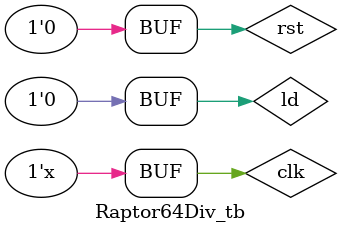
<source format=v>
module Raptor64Div(rst, clk, ld, sgn, isDivi, a, b, imm, qo, ro, dvByZr, done);
parameter DIV=3'd3;
parameter IDLE=3'd4;
parameter DONE=3'd5;
input clk;
input rst;
input ld;
input sgn;
input isDivi;
input [63:0] a;
input [63:0] b;
input [63:0] imm;
output [63:0] qo;
reg [63:0] qo;
output [63:0] ro;
reg [63:0] ro;
output done;
output dvByZr;
reg dvByZr;

reg [63:0] aa,bb;
reg so;
reg [2:0] state;
reg [7:0] cnt;
wire cnt_done = cnt==8'd0;
assign done = state==DONE;
reg ce1;
reg [63:0] q;
reg [64:0] r;
wire b0 = bb <= r;
wire [63:0] r1 = b0 ? r - bb : r;

always @(posedge clk)
if (rst) begin
	aa <= 64'd0;
	bb <= 64'd0;
	q <= 64'd0;
	r <= 64'd0;
	qo <= 64'd0;
	ro <= 64'd0;
	cnt <= 8'd0;
	state <= IDLE;
end
else
begin
if (!cnt_done)
	cnt <= cnt - 8'd1;

case(state)
IDLE:
	if (ld) begin
		if (sgn) begin
			q <= a[63] ? -a : a;
			bb <= isDivi ? (imm[63] ? -imm : imm) :(b[63] ? -b : b);
			so <= isDivi ? a[63] ^ imm[63] : a[63] ^ b[63];
		end
		else begin
			q <= a;
			bb <= isDivi ? imm : b;
			so <= 1'b0;
			$display("bb=%d", isDivi ? imm : b);
		end
		dvByZr <= isDivi ? imm==64'd0 : b==64'd0;
		r <= 64'd0;
		cnt <= 8'd65;
		state <= DIV;
	end
DIV:
	if (!cnt_done) begin
		$display("cnt:%d r1=%h q[63:0]=%h", cnt,r1,q);
		q <= {q[62:0],b0};
		r <= {r1,q[63]};
	end
	else begin
		$display("cnt:%d r1=%h q[63:0]=%h", cnt,r1,q);
		if (sgn) begin
			if (so) begin
				qo <= -q;
				ro <= -r[64:1];
			end
			else begin
				qo <= q;
				ro <= r[64:1];
			end
		end
		else begin
			qo <= q;
			ro <= r[64:1];
		end
		state <= DONE;
	end
DONE:
	state <= IDLE;
endcase
end

endmodule

module Raptor64Div_tb();

reg rst;
reg clk;
reg ld;
wire done;
wire [63:0] qo,ro;

initial begin
	clk = 1;
	rst = 0;
	#100 rst = 1;
	#100 rst = 0;
	#100 ld = 1;
	#150 ld = 0;
end

always #10 clk = ~clk;	//  50 MHz


Raptor64Div u1
(
	.rst(rst),
	.clk(clk),
	.ld(ld),
	.sgn(1'b1),
	.isDivi(1'b0),
	.a(64'd10005),
	.b(64'd27),
	.imm(64'd123),
	.qo(qo),
	.ro(ro),
	.dvByZr(),
	.done(done)
);

endmodule


</source>
